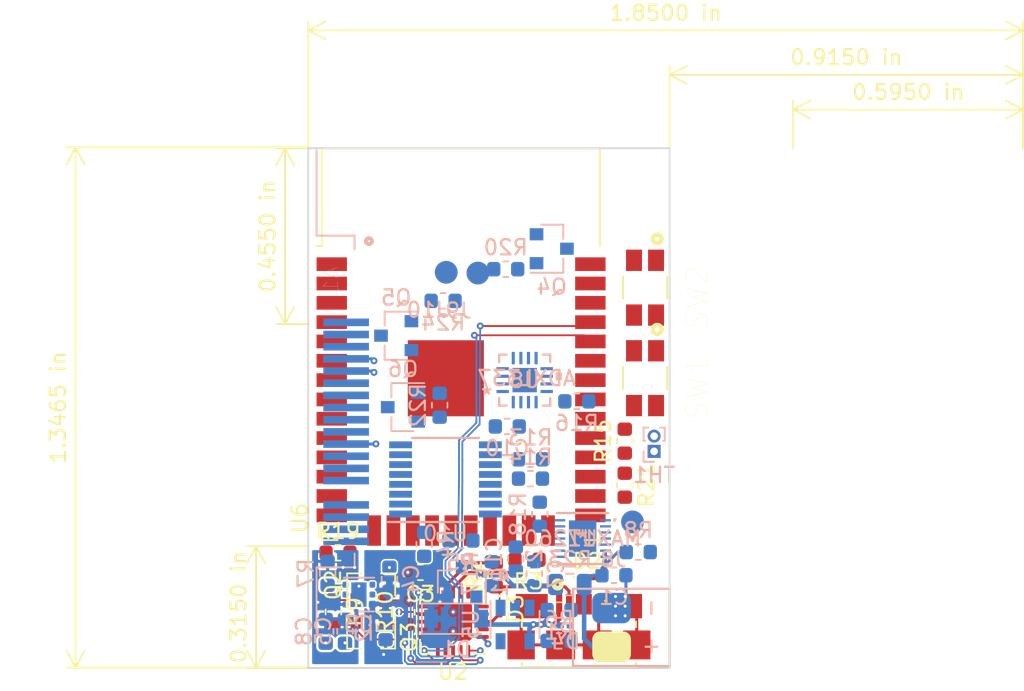
<source format=kicad_pcb>
(kicad_pcb (version 20171130) (host pcbnew "(5.1.5)-3")
  (layers (0 F.Cu signal) (1 In1.Cu signal hide) (2 In2.Cu signal hide) (31 B.Cu signal) (34 B.Paste user hide) (35 F.Paste user hide) (36 B.SilkS user) (37 F.SilkS user) (38 B.Mask user hide) (39 F.Mask user hide) (44 Edge.Cuts user))
  (net 0 "")
  (net 1 /X-)
  (net 2 /Y-)
  (net 3 /X+)
  (net 4 /Y+)
  (net 5 /LCD_PWR)
  (net 6 /LCD_CATHODE)
  (net 7 +3V3)
  (net 8 /LCD_RST)
  (net 9 /LCD_A0)
  (net 10 /LCD_MOSI)
  (net 11 /LCD_SCK)
  (net 12 /LCD_CS)
  (net 13 GND)
  (net 14 /BAT+)
  (net 15 /PWR_IN)
  (net 16 "Net-(C3-Pad1)")
  (net 17 /BAT_SENSE)
  (net 18 "Net-(C10-Pad1)")
  (net 19 /MAX_REG)
  (net 20 /VBUS)
  (net 21 "Net-(D2-Pad1)")
  (net 22 "Net-(D3-Pad1)")
  (net 23 /IO0)
  (net 24 /DTR)
  (net 25 "Net-(Q2-Pad1)")
  (net 26 /EN)
  (net 27 /RTS)
  (net 28 "Net-(Q3-Pad1)")
  (net 29 /ACCEL_PWR)
  (net 30 /ACCEL_EN)
  (net 31 /LCD_EN)
  (net 32 /LCD_LED)
  (net 33 "Net-(R2-Pad2)")
  (net 34 "Net-(R3-Pad2)")
  (net 35 /LDO_EN)
  (net 36 /BAT_ALRT)
  (net 37 "Net-(R6-Pad2)")
  (net 38 /REG_PG)
  (net 39 "Net-(R8-Pad1)")
  (net 40 /RXD)
  (net 41 /RXD0)
  (net 42 /I2C_SCL)
  (net 43 /I2C_SDA)
  (net 44 /CHG_STAT)
  (net 45 /IO12)
  (net 46 /TOUCH_IRQ)
  (net 47 /Y_ACCEL)
  (net 48 /X_ACCEL)
  (net 49 /Z_ACCEL)
  (module CustomFootprints:ZJY117 (layer B.Cu) (at 83.693 82.303 270)
    (fp_text reference A1 (at -8.001 1.3208 90) (layer B.SilkS) (effects (font (size 1.002827 1.002827) (thickness 0.015)) (justify mirror)))
    (fp_text value ZJY117)
    (pad 18 smd rect (at 9.1948 0.3048 270) (size 0.5 3) (layers B.Cu B.Paste B.Mask) (net 1 /X-))
    (pad 17 smd rect (at 8.4 0.306 270) (size 0.5 3) (layers B.Cu B.Paste B.Mask) (net 2 /Y-))
    (pad 16 smd rect (at 7.6 0.306 270) (size 0.5 3) (layers B.Cu B.Paste B.Mask) (net 3 /X+))
    (pad 15 smd rect (at 6.8 0.306 270) (size 0.5 3) (layers B.Cu B.Paste B.Mask) (net 4 /Y+))
    (pad 1 smd rect (at 5.2 0.306 270) (size 0.5 3) (layers B.Cu B.Paste B.Mask))
    (pad 2 smd rect (at 4.4 0.306 270) (size 0.5 3) (layers B.Cu B.Paste B.Mask) (net 5 /LCD_PWR))
    (pad 3 smd rect (at 3.6 0.306 270) (size 0.5 3) (layers B.Cu B.Paste B.Mask) (net 6 /LCD_CATHODE))
    (pad 4 smd rect (at 2.8 0.306 270) (size 0.5 3) (layers B.Cu B.Paste B.Mask) (net 7 +3V3))
    (pad 5 smd rect (at 2 0.306 270) (size 0.5 3) (layers B.Cu B.Paste B.Mask) (net 5 /LCD_PWR))
    (pad 6 smd rect (at 1.2 0.306 270) (size 0.5 3) (layers B.Cu B.Paste B.Mask) (net 8 /LCD_RST))
    (pad 7 smd rect (at 0.4 0.306 270) (size 0.5 3) (layers B.Cu B.Paste B.Mask) (net 9 /LCD_A0))
    (pad 8 smd rect (at -0.4 0.306 270) (size 0.5 3) (layers B.Cu B.Paste B.Mask) (net 10 /LCD_MOSI))
    (pad 9 smd rect (at -1.2 0.306 270) (size 0.5 3) (layers B.Cu B.Paste B.Mask) (net 11 /LCD_SCK))
    (pad 10 smd rect (at -2 0.306 270) (size 0.5 3) (layers B.Cu B.Paste B.Mask) (net 7 +3V3))
    (pad 11 smd rect (at -2.8 0.306 270) (size 0.5 3) (layers B.Cu B.Paste B.Mask) (net 7 +3V3))
    (pad 12 smd rect (at -3.6 0.306 270) (size 0.5 3) (layers B.Cu B.Paste B.Mask) (net 12 /LCD_CS))
    (pad 13 smd rect (at -4.4 0.306 270) (size 0.5 3) (layers B.Cu B.Paste B.Mask) (net 5 /LCD_PWR))
    (pad 14 smd rect (at -5.2 0.306 270) (size 0.5 3) (layers B.Cu B.Paste B.Mask))
  )
  (module Package_SO:TSSOP-16_4.4x5mm_P0.65mm (layer B.Cu) (at 89.916 87.4268)
    (fp_text reference U10 (at 0 3.55 180) (layer B.SilkS) (effects (justify mirror)))
    (fp_text value TSC2003IPWR)
    (pad 16 smd rect (at 2.95 2.275) (size 1.5 0.45) (layers B.Cu B.Paste B.Mask))
    (pad 15 smd rect (at 2.95 1.625) (size 1.5 0.45) (layers B.Cu B.Paste B.Mask))
    (pad 14 smd rect (at 2.95 0.975) (size 1.5 0.45) (layers B.Cu B.Paste B.Mask) (net 13 GND))
    (pad 13 smd rect (at 2.95 0.325) (size 1.5 0.45) (layers B.Cu B.Paste B.Mask) (net 13 GND))
    (pad 12 smd rect (at 2.95 -0.325) (size 1.5 0.45) (layers B.Cu B.Paste B.Mask) (net 42 /I2C_SCL))
    (pad 11 smd rect (at 2.95 -0.975) (size 1.5 0.45) (layers B.Cu B.Paste B.Mask) (net 43 /I2C_SDA))
    (pad 10 smd rect (at 2.95 -1.625) (size 1.5 0.45) (layers B.Cu B.Paste B.Mask) (net 46 /TOUCH_IRQ))
    (pad 9 smd rect (at 2.95 -2.275) (size 1.5 0.45) (layers B.Cu B.Paste B.Mask) (net 18 "Net-(C10-Pad1)"))
    (pad 8 smd rect (at -2.95 -2.275) (size 1.5 0.45) (layers B.Cu B.Paste B.Mask))
    (pad 7 smd rect (at -2.95 -1.625) (size 1.5 0.45) (layers B.Cu B.Paste B.Mask))
    (pad 6 smd rect (at -2.95 -0.975) (size 1.5 0.45) (layers B.Cu B.Paste B.Mask) (net 13 GND))
    (pad 5 smd rect (at -2.95 -0.325) (size 1.5 0.45) (layers B.Cu B.Paste B.Mask) (net 2 /Y-))
    (pad 4 smd rect (at -2.95 0.325) (size 1.5 0.45) (layers B.Cu B.Paste B.Mask) (net 1 /X-))
    (pad 3 smd rect (at -2.95 0.975) (size 1.5 0.45) (layers B.Cu B.Paste B.Mask) (net 4 /Y+))
    (pad 2 smd rect (at -2.95 1.625) (size 1.5 0.45) (layers B.Cu B.Paste B.Mask) (net 3 /X+))
    (pad 1 smd rect (at -2.95 2.275) (size 1.5 0.45) (layers B.Cu B.Paste B.Mask) (net 7 +3V3))
  )
  (module CustomFootprints:ADXL337BCPZ-RL (layer B.Cu) (at 95.123 80.899)
    (fp_text reference U8 (at 0 0) (layer B.SilkS) (effects (justify mirror)))
    (fp_text value ADXL337 (at 0.127 -0.127) (layer B.SilkS) (effects (justify mirror)))
    (fp_text user * (at -2.4892 1) (layer B.SilkS) (effects (justify mirror)))
    (fp_text user * (at -2.4892 1) (layer B.SilkS) (effects (justify mirror)))
    (pad 17 smd rect (at 0 0) (size 1.6002 1.6002) (layers B.Cu B.Paste B.Mask) (net 29 /ACCEL_PWR))
    (pad 16 smd rect (at -0.750001 1.4478) (size 0.2032 0.8128) (layers B.Cu B.Paste B.Mask) (net 49 /Z_ACCEL))
    (pad 15 smd rect (at -0.25 1.4478) (size 0.2032 0.8128) (layers B.Cu B.Paste B.Mask) (net 7 +3V3))
    (pad 14 smd rect (at 0.25 1.4478) (size 0.2032 0.8128) (layers B.Cu B.Paste B.Mask) (net 7 +3V3))
    (pad 13 smd rect (at 0.750001 1.4478) (size 0.2032 0.8128) (layers B.Cu B.Paste B.Mask))
    (pad 12 smd rect (at 1.4478 0.750001 270) (size 0.2032 0.8128) (layers B.Cu B.Paste B.Mask))
    (pad 11 smd rect (at 1.4478 0.25 270) (size 0.2032 0.8128) (layers B.Cu B.Paste B.Mask))
    (pad 10 smd rect (at 1.4478 -0.25 270) (size 0.2032 0.8128) (layers B.Cu B.Paste B.Mask))
    (pad 9 smd rect (at 1.4478 -0.750001 270) (size 0.2032 0.8128) (layers B.Cu B.Paste B.Mask))
    (pad 8 smd rect (at 0.750001 -1.4478) (size 0.2032 0.8128) (layers B.Cu B.Paste B.Mask))
    (pad 7 smd rect (at 0.25 -1.4478) (size 0.2032 0.8128) (layers B.Cu B.Paste B.Mask) (net 29 /ACCEL_PWR))
    (pad 6 smd rect (at -0.25 -1.4478) (size 0.2032 0.8128) (layers B.Cu B.Paste B.Mask) (net 29 /ACCEL_PWR))
    (pad 5 smd rect (at -0.750001 -1.4478) (size 0.2032 0.8128) (layers B.Cu B.Paste B.Mask) (net 48 /X_ACCEL))
    (pad 4 smd rect (at -1.4478 -0.750001 270) (size 0.2032 0.8128) (layers B.Cu B.Paste B.Mask) (net 47 /Y_ACCEL))
    (pad 3 smd rect (at -1.4478 -0.25 270) (size 0.2032 0.8128) (layers B.Cu B.Paste B.Mask) (net 29 /ACCEL_PWR))
    (pad 2 smd rect (at -1.4478 0.25 270) (size 0.2032 0.8128) (layers B.Cu B.Paste B.Mask))
    (pad 1 smd rect (at -1.4478 0.750001 270) (size 0.2032 0.8128) (layers B.Cu B.Paste B.Mask) (net 29 /ACCEL_PWR))
  )
  (module RF_Module:ESP32-WROOM-32 (layer F.Cu) (at 90.941 81.534)
    (fp_text reference U6 (at -10.61 8.43 90) (layer F.SilkS))
    (fp_text value ESP32-WROOM-32)
    (pad 38 smd rect (at 8.5 -8.255) (size 2 0.9) (layers F.Cu F.Paste F.Mask) (net 13 GND))
    (pad 37 smd rect (at 8.5 -6.985) (size 2 0.9) (layers F.Cu F.Paste F.Mask) (net 10 /LCD_MOSI))
    (pad 36 smd rect (at 8.5 -5.715) (size 2 0.9) (layers F.Cu F.Paste F.Mask) (net 8 /LCD_RST))
    (pad 35 smd rect (at 8.5 -4.445) (size 2 0.9) (layers F.Cu F.Paste F.Mask) (net 40 /RXD))
    (pad 34 smd rect (at 8.5 -3.175) (size 2 0.9) (layers F.Cu F.Paste F.Mask) (net 41 /RXD0))
    (pad 33 smd rect (at 8.5 -1.905) (size 2 0.9) (layers F.Cu F.Paste F.Mask) (net 9 /LCD_A0))
    (pad 32 smd rect (at 8.5 -0.635) (size 2 0.9) (layers F.Cu F.Paste F.Mask))
    (pad 31 smd rect (at 8.5 0.635) (size 2 0.9) (layers F.Cu F.Paste F.Mask))
    (pad 30 smd rect (at 8.5 1.905) (size 2 0.9) (layers F.Cu F.Paste F.Mask) (net 11 /LCD_SCK))
    (pad 29 smd rect (at 8.5 3.175) (size 2 0.9) (layers F.Cu F.Paste F.Mask))
    (pad 28 smd rect (at 8.5 4.445) (size 2 0.9) (layers F.Cu F.Paste F.Mask) (net 30 /ACCEL_EN))
    (pad 27 smd rect (at 8.5 5.715) (size 2 0.9) (layers F.Cu F.Paste F.Mask) (net 12 /LCD_CS))
    (pad 26 smd rect (at 8.5 6.985) (size 2 0.9) (layers F.Cu F.Paste F.Mask) (net 46 /TOUCH_IRQ))
    (pad 25 smd rect (at 8.5 8.255) (size 2 0.9) (layers F.Cu F.Paste F.Mask) (net 23 /IO0))
    (pad 24 smd rect (at 5.715 9.255 90) (size 2 0.9) (layers F.Cu F.Paste F.Mask))
    (pad 23 smd rect (at 4.445 9.255 90) (size 2 0.9) (layers F.Cu F.Paste F.Mask))
    (pad 22 smd rect (at 3.175 9.255 90) (size 2 0.9) (layers F.Cu F.Paste F.Mask))
    (pad 21 smd rect (at 1.905 9.255 90) (size 2 0.9) (layers F.Cu F.Paste F.Mask))
    (pad 20 smd rect (at 0.635 9.255 90) (size 2 0.9) (layers F.Cu F.Paste F.Mask))
    (pad 19 smd rect (at -0.635 9.255 90) (size 2 0.9) (layers F.Cu F.Paste F.Mask))
    (pad 18 smd rect (at -1.905 9.255 90) (size 2 0.9) (layers F.Cu F.Paste F.Mask))
    (pad 17 smd rect (at -3.175 9.255 90) (size 2 0.9) (layers F.Cu F.Paste F.Mask))
    (pad 16 smd rect (at -4.445 9.255 90) (size 2 0.9) (layers F.Cu F.Paste F.Mask) (net 31 /LCD_EN))
    (pad 15 smd rect (at -5.715 9.255 90) (size 2 0.9) (layers F.Cu F.Paste F.Mask) (net 13 GND))
    (pad 14 smd rect (at -8.5 8.255) (size 2 0.9) (layers F.Cu F.Paste F.Mask) (net 45 /IO12))
    (pad 13 smd rect (at -8.5 6.985) (size 2 0.9) (layers F.Cu F.Paste F.Mask) (net 32 /LCD_LED))
    (pad 12 smd rect (at -8.5 5.715) (size 2 0.9) (layers F.Cu F.Paste F.Mask) (net 47 /Y_ACCEL))
    (pad 11 smd rect (at -8.5 4.445) (size 2 0.9) (layers F.Cu F.Paste F.Mask) (net 48 /X_ACCEL))
    (pad 10 smd rect (at -8.5 3.175) (size 2 0.9) (layers F.Cu F.Paste F.Mask) (net 49 /Z_ACCEL))
    (pad 9 smd rect (at -8.5 1.905) (size 2 0.9) (layers F.Cu F.Paste F.Mask) (net 43 /I2C_SDA))
    (pad 8 smd rect (at -8.5 0.635) (size 2 0.9) (layers F.Cu F.Paste F.Mask) (net 42 /I2C_SCL))
    (pad 7 smd rect (at -8.5 -0.635) (size 2 0.9) (layers F.Cu F.Paste F.Mask) (net 44 /CHG_STAT))
    (pad 6 smd rect (at -8.5 -1.905) (size 2 0.9) (layers F.Cu F.Paste F.Mask) (net 36 /BAT_ALRT))
    (pad 5 smd rect (at -8.5 -3.175) (size 2 0.9) (layers F.Cu F.Paste F.Mask))
    (pad 4 smd rect (at -8.5 -4.445) (size 2 0.9) (layers F.Cu F.Paste F.Mask) (net 38 /REG_PG))
    (pad 3 smd rect (at -8.5 -5.715) (size 2 0.9) (layers F.Cu F.Paste F.Mask) (net 26 /EN))
    (pad 2 smd rect (at -8.5 -6.985) (size 2 0.9) (layers F.Cu F.Paste F.Mask) (net 7 +3V3))
    (pad 1 smd rect (at -8.5 -8.255) (size 2 0.9) (layers F.Cu F.Paste F.Mask) (net 13 GND))
    (pad 39 smd rect (at -1 -0.755) (size 5 5) (layers F.Cu F.Paste F.Mask) (net 13 GND))
  )
  (module Package_TO_SOT_SMD:SOT-23-5 (layer B.Cu) (at 94.488 96.9645 270)
    (fp_text reference U5 (at 0 2.9 270) (layer B.SilkS) (effects (justify mirror)))
    (fp_text value MCP73832-2-OT)
    (pad 5 smd rect (at 1.1 0.95 270) (size 1.06 0.65) (layers B.Cu B.Paste B.Mask) (net 37 "Net-(R6-Pad2)"))
    (pad 4 smd rect (at 1.1 -0.95 270) (size 1.06 0.65) (layers B.Cu B.Paste B.Mask) (net 20 /VBUS))
    (pad 3 smd rect (at -1.1 -0.95 270) (size 1.06 0.65) (layers B.Cu B.Paste B.Mask) (net 17 /BAT_SENSE))
    (pad 2 smd rect (at -1.1 0 270) (size 1.06 0.65) (layers B.Cu B.Paste B.Mask) (net 13 GND))
    (pad 1 smd rect (at -1.1 0.95 270) (size 1.06 0.65) (layers B.Cu B.Paste B.Mask) (net 44 /CHG_STAT))
  )
  (module Package_SON:WSON-6-1EP_2x2mm_P0.65mm_EP1x1.6mm_ThermalVias (layer B.Cu) (at 84.2264 94.996)
    (fp_text reference U3 (at 0 1.95) (layer B.SilkS) (effects (justify mirror)))
    (fp_text value LP5912-3.3DRVT)
    (pad 7 smd rect (at 0 0) (size 0.5 1.6) (layers F.Cu) (net 13 GND))
    (pad 7 thru_hole circle (at 0 -0.55) (size 0.5 0.5) (drill 0.2) (layers *.Cu) (net 13 GND))
    (pad 7 thru_hole circle (at 0 0.55) (size 0.5 0.5) (drill 0.2) (layers *.Cu) (net 13 GND))
    (pad 7 smd rect (at 0 0) (size 1 1.6) (layers B.Cu B.Mask) (net 13 GND))
    (pad 6 smd roundrect (at 0.8875 0.65) (size 0.375 0.4) (layers B.Cu B.Paste B.Mask) (net 15 /PWR_IN))
    (pad 5 smd roundrect (at 0.8875 0) (size 0.375 0.4) (layers B.Cu B.Paste B.Mask) (net 13 GND))
    (pad 4 smd roundrect (at 0.8875 -0.65) (size 0.375 0.4) (layers B.Cu B.Paste B.Mask) (net 35 /LDO_EN))
    (pad 3 smd roundrect (at -0.8875 -0.65) (size 0.375 0.4) (layers B.Cu B.Paste B.Mask) (net 38 /REG_PG))
    (pad 2 smd roundrect (at -0.8875 0) (size 0.375 0.4) (layers B.Cu B.Paste B.Mask))
    (pad 1 smd roundrect (at -0.8875 0.65) (size 0.375 0.4) (layers B.Cu B.Paste B.Mask) (net 7 +3V3))
  )
  (module Package_DFN_QFN:QFN-20-1EP_4x4mm_P0.5mm_EP2.5x2.5mm (layer F.Cu) (at 90.414 96.784 180)
    (fp_text reference U2 (at 0 -3.3) (layer F.SilkS))
    (fp_text value FT231XQ)
    (pad 20 smd roundrect (at -1 -1.9375 180) (size 0.25 0.825) (layers F.Cu F.Paste F.Mask) (net 16 "Net-(C3-Pad1)"))
    (pad 19 smd roundrect (at -0.5 -1.9375 180) (size 0.25 0.825) (layers F.Cu F.Paste F.Mask) (net 27 /RTS))
    (pad 18 smd roundrect (at 0 -1.9375 180) (size 0.25 0.825) (layers F.Cu F.Paste F.Mask) (net 24 /DTR))
    (pad 17 smd roundrect (at 0.5 -1.9375 180) (size 0.25 0.825) (layers F.Cu F.Paste F.Mask) (net 41 /RXD0))
    (pad 16 smd roundrect (at 1 -1.9375 180) (size 0.25 0.825) (layers F.Cu F.Paste F.Mask))
    (pad 15 smd roundrect (at 1.9375 -1 180) (size 0.825 0.25) (layers F.Cu F.Paste F.Mask))
    (pad 14 smd roundrect (at 1.9375 -0.5 180) (size 0.825 0.25) (layers F.Cu F.Paste F.Mask))
    (pad 13 smd roundrect (at 1.9375 0 180) (size 0.825 0.25) (layers F.Cu F.Paste F.Mask) (net 13 GND))
    (pad 12 smd roundrect (at 1.9375 0.5 180) (size 0.825 0.25) (layers F.Cu F.Paste F.Mask) (net 7 +3V3))
    (pad 11 smd roundrect (at 1.9375 1 180) (size 0.825 0.25) (layers F.Cu F.Paste F.Mask) (net 16 "Net-(C3-Pad1)"))
    (pad 10 smd roundrect (at 1 1.9375 180) (size 0.25 0.825) (layers F.Cu F.Paste F.Mask) (net 16 "Net-(C3-Pad1)"))
    (pad 9 smd roundrect (at 0.5 1.9375 180) (size 0.25 0.825) (layers F.Cu F.Paste F.Mask) (net 33 "Net-(R2-Pad2)"))
    (pad 8 smd roundrect (at 0 1.9375 180) (size 0.25 0.825) (layers F.Cu F.Paste F.Mask) (net 34 "Net-(R3-Pad2)"))
    (pad 7 smd roundrect (at -0.5 1.9375 180) (size 0.25 0.825) (layers F.Cu F.Paste F.Mask))
    (pad 6 smd roundrect (at -1 1.9375 180) (size 0.25 0.825) (layers F.Cu F.Paste F.Mask))
    (pad 5 smd roundrect (at -1.9375 1 180) (size 0.825 0.25) (layers F.Cu F.Paste F.Mask))
    (pad 4 smd roundrect (at -1.9375 0.5 180) (size 0.825 0.25) (layers F.Cu F.Paste F.Mask))
    (pad 3 smd roundrect (at -1.9375 0 180) (size 0.825 0.25) (layers F.Cu F.Paste F.Mask) (net 13 GND))
    (pad 2 smd roundrect (at -1.9375 -0.5 180) (size 0.825 0.25) (layers F.Cu F.Paste F.Mask))
    (pad 1 smd roundrect (at -1.9375 -1 180) (size 0.825 0.25) (layers F.Cu F.Paste F.Mask) (net 40 /RXD))
    (pad 21 smd roundrect (at 0 0 180) (size 2.5 2.5) (layers F.Cu F.Mask) (roundrect_rratio 0.1) (net 13 GND))
  )
  (module CustomFootprints:TDFN16-EP (layer B.Cu) (at 98.933 91.313 180)
    (fp_text reference U1 (at 0 0 180) (layer B.SilkS) (effects (justify mirror)))
    (fp_text value MAX17260 (at 0 0 180) (layer B.SilkS) (effects (justify mirror)))
    (fp_text user * (at 0 0 180) (layer B.SilkS) (effects (justify mirror)))
    (pad 15 smd rect (at 0 0 180) (size 1.8034 2.3876) (layers B.Cu B.Paste B.Mask) (net 13 GND))
    (pad 14 smd rect (at 1.4986 1.2 180) (size 0.7112 0.1524) (layers B.Cu B.Paste B.Mask) (net 42 /I2C_SCL))
    (pad 13 smd rect (at 1.4986 0.800001 180) (size 0.7112 0.1524) (layers B.Cu B.Paste B.Mask) (net 43 /I2C_SDA))
    (pad 12 smd rect (at 1.4986 0.399999 180) (size 0.7112 0.1524) (layers B.Cu B.Paste B.Mask) (net 36 /BAT_ALRT))
    (pad 11 smd rect (at 1.4986 0 180) (size 0.7112 0.1524) (layers B.Cu B.Paste B.Mask) (net 19 /MAX_REG))
    (pad 10 smd rect (at 1.4986 -0.399999 180) (size 0.7112 0.1524) (layers B.Cu B.Paste B.Mask) (net 17 /BAT_SENSE))
    (pad 9 smd rect (at 1.4986 -0.800001 180) (size 0.7112 0.1524) (layers B.Cu B.Paste B.Mask) (net 13 GND))
    (pad 8 smd rect (at 1.4986 -1.2 180) (size 0.7112 0.1524) (layers B.Cu B.Paste B.Mask) (net 13 GND))
    (pad 7 smd rect (at -1.4986 -1.2 180) (size 0.7112 0.1524) (layers B.Cu B.Paste B.Mask) (net 14 /BAT+))
    (pad 6 smd rect (at -1.4986 -0.800001 180) (size 0.7112 0.1524) (layers B.Cu B.Paste B.Mask) (net 14 /BAT+))
    (pad 5 smd rect (at -1.4986 -0.399999 180) (size 0.7112 0.1524) (layers B.Cu B.Paste B.Mask))
    (pad 4 smd rect (at -1.4986 0 180) (size 0.7112 0.1524) (layers B.Cu B.Paste B.Mask))
    (pad 3 smd rect (at -1.4986 0.399999 180) (size 0.7112 0.1524) (layers B.Cu B.Paste B.Mask))
    (pad 2 smd rect (at -1.4986 0.800001 180) (size 0.7112 0.1524) (layers B.Cu B.Paste B.Mask))
    (pad 1 smd rect (at -1.4986 1.2 180) (size 0.7112 0.1524) (layers B.Cu B.Paste B.Mask) (net 39 "Net-(R8-Pad1)"))
  )
  (module Connector_PinHeader_1.00mm:PinHeader_1x02_P1.00mm_Vertical (layer B.Cu) (at 103.632 85.582)
    (fp_text reference TH1 (at 0 1.56) (layer B.SilkS) (effects (justify mirror)))
    (fp_text value NXFT15XH103FA2B100)
    (pad 2 thru_hole oval (at 0 -1) (size 0.85 0.85) (drill 0.5) (layers *.Cu *.Mask) (net 13 GND))
    (pad 1 thru_hole rect (at 0 0) (size 0.85 0.85) (drill 0.5) (layers *.Cu *.Mask) (net 39 "Net-(R8-Pad1)"))
  )
  (module CustomFootprints:SW_EVQ-P7J01P (layer F.Cu) (at 103.034 74.825 270)
    (fp_text reference SW2 (at 0.635745 -3.432945 270) (layer F.SilkS) (effects (font (size 1.401614 1.401614) (thickness 0.015))))
    (fp_text value EVQ-P7J01P)
    (pad 1_1 smd rect (at -1.8 -0.725 270) (size 1.4 1.05) (layers F.Cu F.Paste F.Mask) (net 13 GND))
    (pad 1_2 smd rect (at 1.8 -0.725 270) (size 1.4 1.05) (layers F.Cu F.Paste F.Mask) (net 13 GND))
    (pad 2_1 smd rect (at -1.8 0.725 270) (size 1.4 1.05) (layers F.Cu F.Paste F.Mask) (net 26 /EN))
    (pad 2_2 smd rect (at 1.8 0.725 270) (size 1.4 1.05) (layers F.Cu F.Paste F.Mask) (net 26 /EN))
  )
  (module CustomFootprints:SW_EVQ-P7J01P (layer F.Cu) (at 103.034 80.772 270)
    (fp_text reference SW1 (at 0.635745 -3.432945 90) (layer F.SilkS) (effects (font (size 1.401614 1.401614) (thickness 0.015))))
    (fp_text value EVQ-P7J01P)
    (pad 1_1 smd rect (at -1.8 -0.725 270) (size 1.4 1.05) (layers F.Cu F.Paste F.Mask) (net 13 GND))
    (pad 1_2 smd rect (at 1.8 -0.725 270) (size 1.4 1.05) (layers F.Cu F.Paste F.Mask) (net 13 GND))
    (pad 2_1 smd rect (at -1.8 0.725 270) (size 1.4 1.05) (layers F.Cu F.Paste F.Mask) (net 23 /IO0))
    (pad 2_2 smd rect (at 1.8 0.725 270) (size 1.4 1.05) (layers F.Cu F.Paste F.Mask) (net 23 /IO0))
  )
  (module Resistor_SMD:R_0603_1608Metric (layer B.Cu) (at 89.7636 75.692)
    (fp_text reference R24 (at 0 1.43) (layer B.SilkS) (effects (justify mirror)))
    (fp_text value 10k)
    (pad 2 smd roundrect (at 0.7875 0) (size 0.875 0.95) (layers B.Cu B.Paste B.Mask) (net 13 GND))
    (pad 1 smd roundrect (at -0.7875 0) (size 0.875 0.95) (layers B.Cu B.Paste B.Mask) (net 31 /LCD_EN))
  )
  (module Resistor_SMD:R_0805_2012Metric (layer B.Cu) (at 98.0948 94.3356 180)
    (fp_text reference R23 (at 0 1.65 180) (layer B.SilkS) (effects (justify mirror)))
    (fp_text value 10m)
    (pad 2 smd roundrect (at 0.9375 0 180) (size 0.975 1.4) (layers B.Cu B.Paste B.Mask) (net 17 /BAT_SENSE))
    (pad 1 smd roundrect (at -0.9375 0 180) (size 0.975 1.4) (layers B.Cu B.Paste B.Mask) (net 14 /BAT+))
  )
  (module Resistor_SMD:R_0603_1608Metric (layer B.Cu) (at 89.535 82.55 270)
    (fp_text reference R22 (at 0 1.43 90) (layer B.SilkS) (effects (justify mirror)))
    (fp_text value 10k)
    (pad 2 smd roundrect (at 0.7875 0 270) (size 0.875 0.95) (layers B.Cu B.Paste B.Mask) (net 13 GND))
    (pad 1 smd roundrect (at -0.7875 0 270) (size 0.875 0.95) (layers B.Cu B.Paste B.Mask) (net 32 /LCD_LED))
  )
  (module Resistor_SMD:R_0603_1608Metric (layer F.Cu) (at 101.7016 87.8079 270)
    (fp_text reference R21 (at 0 -1.43 90) (layer F.SilkS))
    (fp_text value 100k)
    (pad 2 smd roundrect (at 0.7875 0 270) (size 0.875 0.95) (layers F.Cu F.Paste F.Mask) (net 46 /TOUCH_IRQ))
    (pad 1 smd roundrect (at -0.7875 0 270) (size 0.875 0.95) (layers F.Cu F.Paste F.Mask) (net 7 +3V3))
  )
  (module Resistor_SMD:R_0603_1608Metric (layer B.Cu) (at 93.8784 73.6092 180)
    (fp_text reference R20 (at 0 1.43) (layer B.SilkS) (effects (justify mirror)))
    (fp_text value 10k)
    (pad 2 smd roundrect (at 0.7875 0 180) (size 0.875 0.95) (layers B.Cu B.Paste B.Mask) (net 13 GND))
    (pad 1 smd roundrect (at -0.7875 0 180) (size 0.875 0.95) (layers B.Cu B.Paste B.Mask) (net 30 /ACCEL_EN))
  )
  (module Resistor_SMD:R_0603_1608Metric (layer F.Cu) (at 82.8548 92.2528)
    (fp_text reference R19 (at 0 -1.43) (layer F.SilkS))
    (fp_text value 10k)
    (pad 2 smd roundrect (at 0.7875 0) (size 0.875 0.95) (layers F.Cu F.Paste F.Mask) (net 13 GND))
    (pad 1 smd roundrect (at -0.7875 0) (size 0.875 0.95) (layers F.Cu F.Paste F.Mask) (net 45 /IO12))
  )
  (module Resistor_SMD:R_0603_1608Metric (layer B.Cu) (at 96.1136 89.7128 270)
    (fp_text reference R18 (at 0 1.43 90) (layer B.SilkS) (effects (justify mirror)))
    (fp_text value 10k)
    (pad 2 smd roundrect (at 0.7875 0 270) (size 0.875 0.95) (layers B.Cu B.Paste B.Mask) (net 36 /BAT_ALRT))
    (pad 1 smd roundrect (at -0.7875 0 270) (size 0.875 0.95) (layers B.Cu B.Paste B.Mask) (net 7 +3V3))
  )
  (module Resistor_SMD:R_0603_1608Metric (layer B.Cu) (at 92.964 93.6245 270)
    (fp_text reference R17 (at 0 1.43 90) (layer B.SilkS) (effects (justify mirror)))
    (fp_text value 10k)
    (pad 2 smd roundrect (at 0.7875 0 270) (size 0.875 0.95) (layers B.Cu B.Paste B.Mask) (net 44 /CHG_STAT))
    (pad 1 smd roundrect (at -0.7875 0 270) (size 0.875 0.95) (layers B.Cu B.Paste B.Mask) (net 7 +3V3))
  )
  (module Resistor_SMD:R_0603_1608Metric (layer B.Cu) (at 98.552 82.296)
    (fp_text reference R16 (at 0 1.43) (layer B.SilkS) (effects (justify mirror)))
    (fp_text value 10k)
    (pad 2 smd roundrect (at 0.7875 0) (size 0.875 0.95) (layers B.Cu B.Paste B.Mask) (net 26 /EN))
    (pad 1 smd roundrect (at -0.7875 0) (size 0.875 0.95) (layers B.Cu B.Paste B.Mask) (net 7 +3V3))
  )
  (module Resistor_SMD:R_0603_1608Metric (layer F.Cu) (at 101.7016 84.9121 90)
    (fp_text reference R15 (at 0 -1.43 90) (layer F.SilkS))
    (fp_text value 10k)
    (pad 2 smd roundrect (at 0.7875 0 90) (size 0.875 0.95) (layers F.Cu F.Paste F.Mask) (net 23 /IO0))
    (pad 1 smd roundrect (at -0.7875 0 90) (size 0.875 0.95) (layers F.Cu F.Paste F.Mask) (net 7 +3V3))
  )
  (module Resistor_SMD:R_0603_1608Metric (layer B.Cu) (at 95.504 87.376 180)
    (fp_text reference R14 (at 0 1.43 180) (layer B.SilkS) (effects (justify mirror)))
    (fp_text value 10k)
    (pad 2 smd roundrect (at 0.7875 0 180) (size 0.875 0.95) (layers B.Cu B.Paste B.Mask) (net 43 /I2C_SDA))
    (pad 1 smd roundrect (at -0.7875 0 180) (size 0.875 0.95) (layers B.Cu B.Paste B.Mask) (net 7 +3V3))
  )
  (module Resistor_SMD:R_0603_1608Metric (layer B.Cu) (at 95.504 86.106 180)
    (fp_text reference R13 (at 0 1.43) (layer B.SilkS) (effects (justify mirror)))
    (fp_text value 10k)
    (pad 2 smd roundrect (at 0.7875 0 180) (size 0.875 0.95) (layers B.Cu B.Paste B.Mask) (net 42 /I2C_SCL))
    (pad 1 smd roundrect (at -0.7875 0 180) (size 0.875 0.95) (layers B.Cu B.Paste B.Mask) (net 7 +3V3))
  )
  (module Resistor_SMD:R_0603_1608Metric (layer F.Cu) (at 87.376 96.1645 90)
    (fp_text reference R10 (at 0 -1.43 90) (layer F.SilkS))
    (fp_text value 10k)
    (pad 2 smd roundrect (at 0.7875 0 90) (size 0.875 0.95) (layers F.Cu F.Paste F.Mask) (net 24 /DTR))
    (pad 1 smd roundrect (at -0.7875 0 90) (size 0.875 0.95) (layers F.Cu F.Paste F.Mask) (net 28 "Net-(Q3-Pad1)"))
  )
  (module Resistor_SMD:R_0603_1608Metric (layer F.Cu) (at 82.55 96.139 270)
    (fp_text reference R9 (at 0 -1.43 90) (layer F.SilkS))
    (fp_text value 10k)
    (pad 2 smd roundrect (at 0.7875 0 270) (size 0.875 0.95) (layers F.Cu F.Paste F.Mask) (net 27 /RTS))
    (pad 1 smd roundrect (at -0.7875 0 270) (size 0.875 0.95) (layers F.Cu F.Paste F.Mask) (net 25 "Net-(Q2-Pad1)"))
  )
  (module Resistor_SMD:R_0603_1608Metric (layer B.Cu) (at 102.5905 92.202 180)
    (fp_text reference R8 (at 0 1.43) (layer B.SilkS) (effects (justify mirror)))
    (fp_text value "0 (NC)")
    (pad 2 smd roundrect (at 0.7875 0 180) (size 0.875 0.95) (layers B.Cu B.Paste B.Mask) (net 14 /BAT+))
    (pad 1 smd roundrect (at -0.7875 0 180) (size 0.875 0.95) (layers B.Cu B.Paste B.Mask) (net 39 "Net-(R8-Pad1)"))
  )
  (module Resistor_SMD:R_0603_1608Metric (layer B.Cu) (at 82.169 93.599 270)
    (fp_text reference R7 (at 0 1.43 90) (layer B.SilkS) (effects (justify mirror)))
    (fp_text value 100k)
    (pad 2 smd roundrect (at 0.7875 0 270) (size 0.875 0.95) (layers B.Cu B.Paste B.Mask) (net 38 /REG_PG))
    (pad 1 smd roundrect (at -0.7875 0 270) (size 0.875 0.95) (layers B.Cu B.Paste B.Mask) (net 7 +3V3))
  )
  (module Resistor_SMD:R_0603_1608Metric (layer B.Cu) (at 97.3835 98.044 180)
    (fp_text reference R6 (at 0 1.43) (layer B.SilkS) (effects (justify mirror)))
    (fp_text value 10k)
    (pad 2 smd roundrect (at 0.7875 0 180) (size 0.875 0.95) (layers B.Cu B.Paste B.Mask) (net 37 "Net-(R6-Pad2)"))
    (pad 1 smd roundrect (at -0.7875 0 180) (size 0.875 0.95) (layers B.Cu B.Paste B.Mask) (net 13 GND))
  )
  (module Resistor_SMD:R_0603_1608Metric (layer B.Cu) (at 90.932 91.44)
    (fp_text reference R5 (at 0 1.43) (layer B.SilkS) (effects (justify mirror)))
    (fp_text value 0)
    (pad 2 smd roundrect (at 0.7875 0) (size 0.875 0.95) (layers B.Cu B.Paste B.Mask) (net 36 /BAT_ALRT))
    (pad 1 smd roundrect (at -0.7875 0) (size 0.875 0.95) (layers B.Cu B.Paste B.Mask) (net 35 /LDO_EN))
  )
  (module Resistor_SMD:R_0603_1608Metric (layer B.Cu) (at 88.519 91.694 90)
    (fp_text reference R4 (at 0 1.43 90) (layer B.SilkS) (effects (justify mirror)))
    (fp_text value "0 (NC)")
    (pad 2 smd roundrect (at 0.7875 0 90) (size 0.875 0.95) (layers B.Cu B.Paste B.Mask) (net 14 /BAT+))
    (pad 1 smd roundrect (at -0.7875 0 90) (size 0.875 0.95) (layers B.Cu B.Paste B.Mask) (net 35 /LDO_EN))
  )
  (module Resistor_SMD:R_0603_1608Metric (layer F.Cu) (at 95.2755 92.71 180)
    (fp_text reference R3 (at -0.1015 -1.43) (layer F.SilkS))
    (fp_text value 27)
    (pad 2 smd roundrect (at 0.7875 0 180) (size 0.875 0.95) (layers F.Cu F.Paste F.Mask) (net 34 "Net-(R3-Pad2)"))
    (pad 1 smd roundrect (at -0.7875 0 180) (size 0.875 0.95) (layers F.Cu F.Paste F.Mask) (net 21 "Net-(D2-Pad1)"))
  )
  (module Resistor_SMD:R_0603_1608Metric (layer F.Cu) (at 93.218 93.7005 90)
    (fp_text reference R2 (at 0 -1.43 90) (layer F.SilkS))
    (fp_text value 27)
    (pad 2 smd roundrect (at 0.7875 0 90) (size 0.875 0.95) (layers F.Cu F.Paste F.Mask) (net 33 "Net-(R2-Pad2)"))
    (pad 1 smd roundrect (at -0.7875 0 90) (size 0.875 0.95) (layers F.Cu F.Paste F.Mask) (net 22 "Net-(D3-Pad1)"))
  )
  (module Resistor_SMD:R_0603_1608Metric (layer B.Cu) (at 97.3835 96.012)
    (fp_text reference R1 (at 0 1.43) (layer B.SilkS) (effects (justify mirror)))
    (fp_text value 100k)
    (pad 2 smd roundrect (at 0.7875 0) (size 0.875 0.95) (layers B.Cu B.Paste B.Mask) (net 13 GND))
    (pad 1 smd roundrect (at -0.7875 0) (size 0.875 0.95) (layers B.Cu B.Paste B.Mask) (net 20 /VBUS))
  )
  (module Package_TO_SOT_SMD:SOT-23 (layer B.Cu) (at 87.122 82.677 180)
    (fp_text reference Q6 (at 0 2.5) (layer B.SilkS) (effects (justify mirror)))
    (fp_text value FDN028N20)
    (pad 3 smd rect (at 1 0 180) (size 0.9 0.8) (layers B.Cu B.Paste B.Mask) (net 6 /LCD_CATHODE))
    (pad 2 smd rect (at -1 -0.95 180) (size 0.9 0.8) (layers B.Cu B.Paste B.Mask) (net 13 GND))
    (pad 1 smd rect (at -1 0.95 180) (size 0.9 0.8) (layers B.Cu B.Paste B.Mask) (net 32 /LCD_LED))
  )
  (module Package_TO_SOT_SMD:SOT-23 (layer B.Cu) (at 86.6775 77.978 180)
    (fp_text reference Q5 (at 0 2.5) (layer B.SilkS) (effects (justify mirror)))
    (fp_text value FDN028N20)
    (pad 3 smd rect (at 1 0 180) (size 0.9 0.8) (layers B.Cu B.Paste B.Mask) (net 5 /LCD_PWR))
    (pad 2 smd rect (at -1 -0.95 180) (size 0.9 0.8) (layers B.Cu B.Paste B.Mask) (net 13 GND))
    (pad 1 smd rect (at -1 0.95 180) (size 0.9 0.8) (layers B.Cu B.Paste B.Mask) (net 31 /LCD_EN))
  )
  (module Package_TO_SOT_SMD:SOT-23 (layer B.Cu) (at 96.901 72.263)
    (fp_text reference Q4 (at 0 2.5) (layer B.SilkS) (effects (justify mirror)))
    (fp_text value FDN028N20)
    (pad 3 smd rect (at 1 0) (size 0.9 0.8) (layers B.Cu B.Paste B.Mask) (net 29 /ACCEL_PWR))
    (pad 2 smd rect (at -1 -0.95) (size 0.9 0.8) (layers B.Cu B.Paste B.Mask) (net 13 GND))
    (pad 1 smd rect (at -1 0.95) (size 0.9 0.8) (layers B.Cu B.Paste B.Mask) (net 30 /ACCEL_EN))
  )
  (module Package_TO_SOT_SMD:SOT-23 (layer F.Cu) (at 85.029 97.79 270)
    (fp_text reference Q3 (at 0 -2.5 90) (layer F.SilkS))
    (fp_text value MMBT3904)
    (pad 3 smd rect (at 1 0 270) (size 0.9 0.8) (layers F.Cu F.Paste F.Mask) (net 26 /EN))
    (pad 2 smd rect (at -1 0.95 270) (size 0.9 0.8) (layers F.Cu F.Paste F.Mask) (net 27 /RTS))
    (pad 1 smd rect (at -1 -0.95 270) (size 0.9 0.8) (layers F.Cu F.Paste F.Mask) (net 28 "Net-(Q3-Pad1)"))
  )
  (module Package_TO_SOT_SMD:SOT-23 (layer F.Cu) (at 85.029 94.361 90)
    (fp_text reference Q2 (at 0 -2.5 90) (layer F.SilkS))
    (fp_text value MMBT3904)
    (pad 3 smd rect (at 1 0 90) (size 0.9 0.8) (layers F.Cu F.Paste F.Mask) (net 23 /IO0))
    (pad 2 smd rect (at -1 0.95 90) (size 0.9 0.8) (layers F.Cu F.Paste F.Mask) (net 24 /DTR))
    (pad 1 smd rect (at -1 -0.95 90) (size 0.9 0.8) (layers F.Cu F.Paste F.Mask) (net 25 "Net-(Q2-Pad1)"))
  )
  (module Package_TO_SOT_SMD:SOT-23 (layer B.Cu) (at 90.9955 94.1705 90)
    (fp_text reference Q1 (at 0 2.5 90) (layer B.SilkS) (effects (justify mirror)))
    (fp_text value FDN340P)
    (pad 3 smd rect (at 1 0 90) (size 0.9 0.8) (layers B.Cu B.Paste B.Mask) (net 17 /BAT_SENSE))
    (pad 2 smd rect (at -1 -0.95 90) (size 0.9 0.8) (layers B.Cu B.Paste B.Mask) (net 15 /PWR_IN))
    (pad 1 smd rect (at -1 0.95 90) (size 0.9 0.8) (layers B.Cu B.Paste B.Mask) (net 20 /VBUS))
  )
  (module CustomFootprints:TESTPAD (layer B.Cu) (at 89.9668 73.8124)
    (fp_text reference J10 (at -1.27 2.4718) (layer B.SilkS) (effects (justify mirror)))
    (fp_text value TestPad)
    (pad 1 smd circle (at 0 0) (size 1.5 1.5) (layers B.Cu B.Paste B.Mask) (net 13 GND))
  )
  (module CustomFootprints:TESTPAD (layer B.Cu) (at 92.0496 73.8632)
    (fp_text reference J9 (at -1.27 2.4718) (layer B.SilkS) (effects (justify mirror)))
    (fp_text value TestPad)
    (pad 1 smd circle (at 0 0) (size 1.5 1.5) (layers B.Cu B.Paste B.Mask) (net 7 +3V3))
  )
  (module CustomFootprints:TESTPAD (layer B.Cu) (at 102.2096 90.2208)
    (fp_text reference J8 (at -1.27 2.4718) (layer B.SilkS) (effects (justify mirror)))
    (fp_text value TestPad)
    (pad 1 smd circle (at 0 0) (size 1.5 1.5) (layers B.Cu B.Paste B.Mask) (net 14 /BAT+))
  )
  (module CustomFootprints:BATTERY (layer B.Cu) (at 100.838 97.155 270)
    (fp_text reference J2 (at -5.08 5.08 270) (layer B.SilkS) (effects (justify mirror)))
    (fp_text value " ")
    (fp_text user - (at -1.27 -2.54 270) (layer B.SilkS) (effects (justify mirror)))
    (fp_text user + (at 1.27 -2.54 270) (layer B.SilkS) (effects (justify mirror)))
    (pad 1 smd roundrect (at -1.27 0 270) (size 2 2.54) (layers B.Cu B.Paste B.Mask) (net 13 GND))
    (pad 2 smd roundrect (at 1.27 0 270) (size 2 2.54) (layers B.Cu B.Paste F.SilkS B.Mask) (net 14 /BAT+))
  )
  (module CustomFootprints:AMPHENOL_10118192-0001LF (layer F.Cu) (at 98.689 95.631)
    (fp_text reference J1 (at -2.45306 -2.27805) (layer F.SilkS) (effects (font (size 0.787417 0.787417) (thickness 0.015))))
    (fp_text value 10118192-0001LF)
    (pad 3 smd rect (at 0 0) (size 0.4 1.35) (layers F.Cu F.Paste F.Mask) (net 21 "Net-(D2-Pad1)"))
    (pad 2 smd rect (at -0.65 0) (size 0.4 1.35) (layers F.Cu F.Paste F.Mask) (net 22 "Net-(D3-Pad1)"))
    (pad 4 smd rect (at 0.65 0) (size 0.4 1.35) (layers F.Cu F.Paste F.Mask))
    (pad 1 smd rect (at -1.3 0) (size 0.4 1.35) (layers F.Cu F.Paste F.Mask) (net 20 /VBUS))
    (pad 5 smd rect (at 1.3 0) (size 0.4 1.35) (layers F.Cu F.Paste F.Mask) (net 13 GND))
    (pad SH1 smd rect (at -3.1 0.125) (size 2.1 1.6) (layers F.Cu F.Paste F.Mask) (net 13 GND))
    (pad SH2 smd rect (at 3.1 0.125) (size 2.1 1.6) (layers F.Cu F.Paste F.Mask) (net 13 GND))
    (pad SH3 smd rect (at -3.8 2.675) (size 1.8 1.9) (layers F.Cu F.Paste F.Mask) (net 13 GND))
    (pad SH6 smd rect (at 3.8 2.675) (size 1.8 1.9) (layers F.Cu F.Paste F.Mask) (net 13 GND))
    (pad SH4 smd rect (at -1.2 2.675) (size 1.9 1.9) (layers F.Cu F.Paste F.Mask) (net 13 GND))
    (pad SH5 smd rect (at 1.2 2.675) (size 1.9 1.9) (layers F.Cu F.Paste F.Mask) (net 13 GND))
  )
  (module Diode_SMD:D_0201_0603Metric (layer B.Cu) (at 97.79 97.028)
    (fp_text reference D4 (at 0 1.05) (layer B.SilkS) (effects (justify mirror)))
    (fp_text value ESDZV5-1BF4)
    (pad 2 smd roundrect (at 0.32 0) (size 0.46 0.4) (layers B.Cu B.Mask) (net 13 GND))
    (pad 1 smd roundrect (at -0.32 0) (size 0.46 0.4) (layers B.Cu B.Mask) (net 20 /VBUS))
  )
  (module Diode_SMD:D_0201_0603Metric (layer F.Cu) (at 93.472 95.951 270)
    (fp_text reference D3 (at 0 -1.05 90) (layer F.SilkS))
    (fp_text value ESDZV5-1BF4)
    (pad 2 smd roundrect (at 0.32 0 270) (size 0.46 0.4) (layers F.Cu F.Mask) (net 13 GND))
    (pad 1 smd roundrect (at -0.32 0 270) (size 0.46 0.4) (layers F.Cu F.Mask) (net 22 "Net-(D3-Pad1)"))
  )
  (module Diode_SMD:D_0201_0603Metric (layer F.Cu) (at 99.248 93.853)
    (fp_text reference D2 (at 0 -1.05) (layer F.SilkS))
    (fp_text value ESDZV5-1BF4)
    (pad 2 smd roundrect (at 0.32 0) (size 0.46 0.4) (layers F.Cu F.Mask) (net 13 GND))
    (pad 1 smd roundrect (at -0.32 0) (size 0.46 0.4) (layers F.Cu F.Mask) (net 21 "Net-(D2-Pad1)"))
  )
  (module Diode_SMD:D_SOD-123 (layer B.Cu) (at 90.6145 96.5835)
    (fp_text reference D1 (at 0 2) (layer B.SilkS) (effects (justify mirror)))
    (fp_text value FSV340FP)
    (pad 2 smd rect (at 1.65 0) (size 0.9 1.2) (layers B.Cu B.Paste B.Mask) (net 20 /VBUS))
    (pad 1 smd rect (at -1.65 0) (size 0.9 1.2) (layers B.Cu B.Paste B.Mask) (net 15 /PWR_IN))
  )
  (module Capacitor_SMD:C_0603_1608Metric (layer B.Cu) (at 94.5388 92.6592 270)
    (fp_text reference C11 (at 0 1.43 90) (layer B.SilkS) (effects (justify mirror)))
    (fp_text value 0.1uF)
    (pad 2 smd roundrect (at 0.7875 0 270) (size 0.875 0.95) (layers B.Cu B.Paste B.Mask) (net 13 GND))
    (pad 1 smd roundrect (at -0.7875 0 270) (size 0.875 0.95) (layers B.Cu B.Paste B.Mask) (net 19 /MAX_REG))
  )
  (module Capacitor_SMD:C_0603_1608Metric (layer B.Cu) (at 93.98 83.947)
    (fp_text reference C10 (at 0 1.43 180) (layer B.SilkS) (effects (justify mirror)))
    (fp_text value 10uF)
    (pad 2 smd roundrect (at 0.7875 0) (size 0.875 0.95) (layers B.Cu B.Paste B.Mask) (net 13 GND))
    (pad 1 smd roundrect (at -0.7875 0) (size 0.875 0.95) (layers B.Cu B.Paste B.Mask) (net 18 "Net-(C10-Pad1)"))
  )
  (module Capacitor_SMD:C_0603_1608Metric (layer B.Cu) (at 82.042 97.409 270)
    (fp_text reference C8 (at 0 1.43 90) (layer B.SilkS) (effects (justify mirror)))
    (fp_text value 0.1uF)
    (pad 2 smd roundrect (at 0.7875 0 270) (size 0.875 0.95) (layers B.Cu B.Paste B.Mask) (net 13 GND))
    (pad 1 smd roundrect (at -0.7875 0 270) (size 0.875 0.95) (layers B.Cu B.Paste B.Mask) (net 7 +3V3))
  )
  (module Capacitor_SMD:C_0603_1608Metric (layer B.Cu) (at 95.758 93.6244 90)
    (fp_text reference C7 (at 0 1.43 90) (layer B.SilkS) (effects (justify mirror)))
    (fp_text value 10uF)
    (pad 2 smd roundrect (at 0.7875 0 90) (size 0.875 0.95) (layers B.Cu B.Paste B.Mask) (net 13 GND))
    (pad 1 smd roundrect (at -0.7875 0 90) (size 0.875 0.95) (layers B.Cu B.Paste B.Mask) (net 17 /BAT_SENSE))
  )
  (module Capacitor_SMD:C_0603_1608Metric (layer B.Cu) (at 83.312 97.409 270)
    (fp_text reference C5 (at 0 1.43 270) (layer B.SilkS) (effects (justify mirror)))
    (fp_text value 10uF)
    (pad 2 smd roundrect (at 0.7875 0 270) (size 0.875 0.95) (layers B.Cu B.Paste B.Mask) (net 13 GND))
    (pad 1 smd roundrect (at -0.7875 0 270) (size 0.875 0.95) (layers B.Cu B.Paste B.Mask) (net 7 +3V3))
  )
  (module Capacitor_SMD:C_0603_1608Metric (layer B.Cu) (at 86.233 93.98 90)
    (fp_text reference C4 (at 0 1.43 90) (layer B.SilkS) (effects (justify mirror)))
    (fp_text value 10uF)
    (pad 2 smd roundrect (at 0.7875 0 90) (size 0.875 0.95) (layers B.Cu B.Paste B.Mask) (net 13 GND))
    (pad 1 smd roundrect (at -0.7875 0 90) (size 0.875 0.95) (layers B.Cu B.Paste B.Mask) (net 15 /PWR_IN))
  )
  (module Capacitor_SMD:C_0603_1608Metric (layer F.Cu) (at 88.265 93.5355 180)
    (fp_text reference C3 (at 0 -1.43) (layer F.SilkS))
    (fp_text value 0.1uF)
    (pad 2 smd roundrect (at 0.7875 0 180) (size 0.875 0.95) (layers F.Cu F.Paste F.Mask) (net 13 GND))
    (pad 1 smd roundrect (at -0.7875 0 180) (size 0.875 0.95) (layers F.Cu F.Paste F.Mask) (net 16 "Net-(C3-Pad1)"))
  )
  (module Capacitor_SMD:C_0603_1608Metric (layer B.Cu) (at 85.979 97.1804 270)
    (fp_text reference C2 (at 0 1.43 90) (layer B.SilkS) (effects (justify mirror)))
    (fp_text value 0.1uF)
    (pad 2 smd roundrect (at 0.7875 0 270) (size 0.875 0.95) (layers B.Cu B.Paste B.Mask) (net 13 GND))
    (pad 1 smd roundrect (at -0.7875 0 270) (size 0.875 0.95) (layers B.Cu B.Paste B.Mask) (net 15 /PWR_IN))
  )
  (module Capacitor_SMD:C_0603_1608Metric (layer B.Cu) (at 100.9905 93.726)
    (fp_text reference C1 (at 0 1.43) (layer B.SilkS) (effects (justify mirror)))
    (fp_text value 10uF)
    (pad 2 smd roundrect (at 0.7875 0) (size 0.875 0.95) (layers B.Cu B.Paste B.Mask) (net 13 GND))
    (pad 1 smd roundrect (at -0.7875 0) (size 0.875 0.95) (layers B.Cu B.Paste B.Mask) (net 14 /BAT+))
  )
  (dimension 11.557 (width 0.12) (layer F.SilkS) (gr_text "11.557 mm" (at 78.105001 71.4375 270) (layer F.SilkS) (effects (font (size 1 1) (thickness 0.15)))) (feature1 (pts (xy 80.899 77.216) (xy 78.78858 77.216))) (feature2 (pts (xy 80.899 65.659) (xy 78.78858 65.659))) (crossbar (pts (xy 79.375001 65.659) (xy 79.375001 77.216))) (arrow1a (pts (xy 79.375001 77.216) (xy 78.78858 76.089496))) (arrow1b (pts (xy 79.375001 77.216) (xy 79.961422 76.089496))) (arrow2a (pts (xy 79.375001 65.659) (xy 78.78858 66.785504))) (arrow2b (pts (xy 79.375001 65.659) (xy 79.961422 66.785504))))
  (dimension 8.001 (width 0.12) (layer F.SilkS) (gr_text "8.001 mm" (at 76.2 95.8215 90) (layer F.SilkS) (effects (font (size 1 1) (thickness 0.15)))) (feature1 (pts (xy 80.899 91.821) (xy 76.883579 91.821))) (feature2 (pts (xy 80.899 99.822) (xy 76.883579 99.822))) (crossbar (pts (xy 77.47 99.822) (xy 77.47 91.821))) (arrow1a (pts (xy 77.47 91.821) (xy 78.056421 92.947504))) (arrow1b (pts (xy 77.47 91.821) (xy 76.883579 92.947504))) (arrow2a (pts (xy 77.47 99.822) (xy 78.056421 98.695496))) (arrow2b (pts (xy 77.47 99.822) (xy 76.883579 98.695496))))
  (gr_line (start 80.899 99.822) (end 104.648 99.822) (layer Edge.Cuts) (width 0.12))
  (gr_line (start 104.648 99.695) (end 104.648 99.822) (layer Edge.Cuts) (width 0.12))
  (gr_line (start 104.648 65.659) (end 104.648 99.695) (layer Edge.Cuts) (width 0.12))
  (gr_line (start 80.899 65.659) (end 104.648 65.659) (layer Edge.Cuts) (width 0.12))
  (dimension 23.241 (width 0.12) (layer F.SilkS) (gr_text "23.241 mm" (at 116.2685 59.563001) (layer F.SilkS) (effects (font (size 1 1) (thickness 0.15)))) (feature1 (pts (xy 104.648 65.659) (xy 104.648 60.24658))) (feature2 (pts (xy 127.889 65.659) (xy 127.889 60.24658))) (crossbar (pts (xy 127.889 60.833001) (xy 104.648 60.833001))) (arrow1a (pts (xy 104.648 60.833001) (xy 105.774504 60.24658))) (arrow1b (pts (xy 104.648 60.833001) (xy 105.774504 61.419422))) (arrow2a (pts (xy 127.889 60.833001) (xy 126.762496 60.24658))) (arrow2b (pts (xy 127.889 60.833001) (xy 126.762496 61.419422))))
  (dimension 15.113 (width 0.12) (layer F.SilkS) (gr_text "15.113 mm" (at 120.3325 61.849001) (layer F.SilkS) (effects (font (size 1 1) (thickness 0.15)))) (feature1 (pts (xy 112.776 65.659) (xy 112.776 62.53258))) (feature2 (pts (xy 127.889 65.659) (xy 127.889 62.53258))) (crossbar (pts (xy 127.889 63.119001) (xy 112.776 63.119001))) (arrow1a (pts (xy 112.776 63.119001) (xy 113.902504 62.53258))) (arrow1b (pts (xy 112.776 63.119001) (xy 113.902504 63.705422))) (arrow2a (pts (xy 127.889 63.119001) (xy 126.762496 62.53258))) (arrow2b (pts (xy 127.889 63.119001) (xy 126.762496 63.705422))))
  (dimension 46.99 (width 0.12) (layer F.SilkS) (gr_text "46.990 mm" (at 104.394 56.642) (layer F.SilkS) (effects (font (size 1 1) (thickness 0.15)))) (feature1 (pts (xy 127.889 65.659) (xy 127.889 57.325579))) (feature2 (pts (xy 80.899 65.659) (xy 80.899 57.325579))) (crossbar (pts (xy 80.899 57.912) (xy 127.889 57.912))) (arrow1a (pts (xy 127.889 57.912) (xy 126.762496 58.498421))) (arrow1b (pts (xy 127.889 57.912) (xy 126.762496 57.325579))) (arrow2a (pts (xy 80.899 57.912) (xy 82.025504 58.498421))) (arrow2b (pts (xy 80.899 57.912) (xy 82.025504 57.325579))))
  (gr_line (start 80.899 65.659) (end 80.899 99.822) (layer Edge.Cuts) (width 0.12))
  (dimension 34.2 (width 0.12) (layer F.SilkS) (gr_text "34.200 mm" (at 64.330001 82.7 270) (layer F.SilkS) (effects (font (size 1 1) (thickness 0.15)))) (feature1 (pts (xy 80.8 99.8) (xy 65.01358 99.8))) (feature2 (pts (xy 80.8 65.6) (xy 65.01358 65.6))) (crossbar (pts (xy 65.600001 65.6) (xy 65.600001 99.8))) (arrow1a (pts (xy 65.600001 99.8) (xy 65.01358 98.673496))) (arrow1b (pts (xy 65.600001 99.8) (xy 66.186422 98.673496))) (arrow2a (pts (xy 65.600001 65.6) (xy 65.01358 66.726504))) (arrow2b (pts (xy 65.600001 65.6) (xy 66.186422 66.726504))))
  (via (at 86.233 93.218) (size 0.45) (drill 0.2) (layers F.Cu B.Cu) (net 13))
  (via (at 83.312 98.171) (size 0.45) (drill 0.2) (layers F.Cu B.Cu) (net 13))
  (via (at 82.042 98.171) (size 0.45) (drill 0.2) (layers F.Cu B.Cu) (net 13))
  (segment (start 86.966 87.7518) (end 87.561002 87.7518) (width 0.1) (layer B.Cu) (net 1))
  (via (at 87.4395 93.5355) (size 0.45) (drill 0.2) (layers F.Cu B.Cu) (net 13))
  (via (at 86.868 96.139) (size 0.45) (drill 0.2) (layers F.Cu B.Cu) (net 7))
  (segment (start 88.4765 96.284) (end 88.064 96.284) (width 0.12) (layer F.Cu) (net 7))
  (segment (start 87.919 96.139) (end 86.868 96.139) (width 0.12) (layer F.Cu) (net 7))
  (segment (start 88.064 96.284) (end 87.919 96.139) (width 0.12) (layer F.Cu) (net 7))
  (via (at 81.534 95.504) (size 0.45) (drill 0.2) (layers F.Cu B.Cu) (net 7))
  (via (at 83.185 93.218) (size 0.45) (drill 0.2) (layers F.Cu B.Cu) (net 7))
  (via (at 83.947 93.218) (size 0.45) (drill 0.2) (layers F.Cu B.Cu) (net 7))
  (via (at 85.344 85.09) (size 0.45) (drill 0.2) (layers F.Cu B.Cu) (net 7))
  (segment (start 83.387 85.103) (end 85.331 85.103) (width 0.2) (layer B.Cu) (net 7))
  (segment (start 85.331 85.103) (end 85.344 85.09) (width 0.2) (layer B.Cu) (net 7))
  (via (at 85.217 80.391) (size 0.45) (drill 0.2) (layers F.Cu B.Cu) (net 7))
  (segment (start 83.387 80.303) (end 85.129 80.303) (width 0.2) (layer B.Cu) (net 7))
  (segment (start 85.129 80.303) (end 85.217 80.391) (width 0.2) (layer B.Cu) (net 7))
  (via (at 85.217 79.629) (size 0.45) (drill 0.2) (layers F.Cu B.Cu) (net 7))
  (segment (start 83.387 79.503) (end 85.091 79.503) (width 0.2) (layer B.Cu) (net 7))
  (segment (start 85.091 79.503) (end 85.217 79.629) (width 0.2) (layer B.Cu) (net 7))
  (via (at 101.727 96.393) (size 0.45) (drill 0.2) (layers F.Cu B.Cu) (net 13))
  (via (at 101.092 96.393) (size 0.45) (drill 0.2) (layers F.Cu B.Cu) (net 13))
  (via (at 101.727 95.123) (size 0.45) (drill 0.2) (layers F.Cu B.Cu) (net 13))
  (via (at 101.092 95.123) (size 0.45) (drill 0.2) (layers F.Cu B.Cu) (net 13))
  (via (at 101.092 95.758) (size 0.45) (drill 0.2) (layers F.Cu B.Cu) (net 13))
  (via (at 101.727 95.758) (size 0.45) (drill 0.2) (layers F.Cu B.Cu) (net 13))
  (via (at 90.424 97.409) (size 0.45) (drill 0.2) (layers F.Cu B.Cu) (net 13))
  (via (at 90.424 96.139) (size 0.45) (drill 0.2) (layers F.Cu B.Cu) (net 13))
  (segment (start 92.3515 96.784) (end 90.414 96.784) (width 0.2) (layer F.Cu) (net 13))
  (segment (start 88.4765 96.784) (end 90.414 96.784) (width 0.2) (layer F.Cu) (net 13))
  (segment (start 92.959 96.784) (end 93.472 96.271) (width 0.2) (layer F.Cu) (net 13))
  (segment (start 92.3515 96.784) (end 92.959 96.784) (width 0.2) (layer F.Cu) (net 13))
  (segment (start 101.664 95.631) (end 101.789 95.756) (width 0.2) (layer F.Cu) (net 13))
  (segment (start 99.989 95.631) (end 101.664 95.631) (width 0.2) (layer F.Cu) (net 13))
  (segment (start 102.489 96.456) (end 101.789 95.756) (width 0.2) (layer F.Cu) (net 13))
  (segment (start 102.489 98.306) (end 102.489 96.456) (width 0.2) (layer F.Cu) (net 13))
  (segment (start 99.889 98.306) (end 102.489 98.306) (width 0.2) (layer F.Cu) (net 13))
  (segment (start 99.889 98.306) (end 97.489 98.306) (width 0.2) (layer F.Cu) (net 13))
  (segment (start 99.989 98.206) (end 99.889 98.306) (width 0.2) (layer F.Cu) (net 13))
  (segment (start 99.989 95.631) (end 99.989 98.206) (width 0.2) (layer F.Cu) (net 13))
  (segment (start 95.074 96.271) (end 95.589 95.756) (width 0.2) (layer F.Cu) (net 13))
  (segment (start 94.889 96.206) (end 94.889 98.306) (width 0.2) (layer F.Cu) (net 13))
  (segment (start 95.339 95.756) (end 94.889 96.206) (width 0.2) (layer F.Cu) (net 13))
  (segment (start 95.589 95.756) (end 95.339 95.756) (width 0.2) (layer F.Cu) (net 13))
  (segment (start 94.889 98.306) (end 97.489 98.306) (width 0.2) (layer F.Cu) (net 13))
  (segment (start 101.778 94.945) (end 100.838 95.885) (width 0.2) (layer B.Cu) (net 13))
  (segment (start 101.778 93.726) (end 101.778 94.945) (width 0.2) (layer B.Cu) (net 13))
  (via (at 85.852 98.933) (size 0.45) (drill 0.2) (layers F.Cu B.Cu) (net 13))
  (segment (start 85.979 97.9679) (end 85.979 98.806) (width 0.2) (layer B.Cu) (net 13))
  (segment (start 85.979 98.806) (end 85.852 98.933) (width 0.2) (layer B.Cu) (net 13))
  (segment (start 99.568 98.425) (end 100.838 98.425) (width 0.3) (layer B.Cu) (net 14))
  (segment (start 99.0323 97.8893) (end 99.568 98.425) (width 0.3) (layer B.Cu) (net 14))
  (segment (start 99.0323 94.3356) (end 99.0323 97.8893) (width 0.3) (layer B.Cu) (net 14))
  (segment (start 99.6419 93.726) (end 99.0323 94.3356) (width 0.2) (layer B.Cu) (net 14))
  (segment (start 100.203 93.726) (end 99.6419 93.726) (width 0.2) (layer B.Cu) (net 14))
  (segment (start 100.4316 93.4974) (end 100.203 93.726) (width 0.2) (layer B.Cu) (net 14))
  (segment (start 100.4316 92.113001) (end 100.4316 93.4974) (width 0.2) (layer B.Cu) (net 14))
  (segment (start 101.3655 92.202) (end 101.803 92.202) (width 0.2) (layer B.Cu) (net 14))
  (segment (start 100.203 93.251) (end 101.252 92.202) (width 0.2) (layer B.Cu) (net 14))
  (segment (start 101.252 92.202) (end 101.3655 92.202) (width 0.2) (layer B.Cu) (net 14))
  (segment (start 100.203 93.726) (end 100.203 93.251) (width 0.2) (layer B.Cu) (net 14))
  (segment (start 88.4765 95.784) (end 89.414 94.8465) (width 0.12) (layer F.Cu) (net 16))
  (via (at 92.202 98.679) (size 0.45) (drill 0.2) (layers F.Cu B.Cu) (net 16))
  (segment (start 88.133999 95.508001) (end 88.133999 98.863801) (width 0.12) (layer B.Cu) (net 16))
  (segment (start 91.816999 99.064001) (end 92.202 98.679) (width 0.12) (layer B.Cu) (net 16))
  (segment (start 88.334199 99.064001) (end 91.816999 99.064001) (width 0.12) (layer B.Cu) (net 16))
  (segment (start 88.133999 98.863801) (end 88.334199 99.064001) (width 0.12) (layer B.Cu) (net 16))
  (segment (start 91.4565 98.679) (end 91.414 98.7215) (width 0.12) (layer F.Cu) (net 16))
  (segment (start 92.202 98.679) (end 91.4565 98.679) (width 0.12) (layer F.Cu) (net 16))
  (segment (start 89.0525 93.5355) (end 89.0525 93.561) (width 0.12) (layer F.Cu) (net 16))
  (segment (start 89.414 93.9225) (end 89.414 94.8465) (width 0.12) (layer F.Cu) (net 16))
  (segment (start 89.0525 93.561) (end 89.414 93.9225) (width 0.12) (layer F.Cu) (net 16))
  (via (at 88.138 94.869) (size 0.45) (drill 0.2) (layers F.Cu B.Cu) (net 16))
  (segment (start 88.133999 95.508001) (end 88.133999 94.873001) (width 0.12) (layer B.Cu) (net 16))
  (segment (start 88.133999 94.873001) (end 88.138 94.869) (width 0.12) (layer B.Cu) (net 16))
  (segment (start 89.3915 94.869) (end 89.414 94.8465) (width 0.12) (layer F.Cu) (net 16))
  (segment (start 88.138 94.869) (end 89.3915 94.869) (width 0.12) (layer F.Cu) (net 16))
  (segment (start 94.366072 94.4119) (end 95.3846 94.4119) (width 0.3) (layer B.Cu) (net 17))
  (segment (start 93.678662 93.72449) (end 94.366072 94.4119) (width 0.3) (layer B.Cu) (net 17))
  (segment (start 92.24949 93.72449) (end 93.678662 93.72449) (width 0.3) (layer B.Cu) (net 17))
  (segment (start 95.3846 94.4119) (end 95.8596 94.4119) (width 0.3) (layer B.Cu) (net 17))
  (segment (start 91.6955 93.1705) (end 92.24949 93.72449) (width 0.3) (layer B.Cu) (net 17))
  (segment (start 90.9955 93.1705) (end 91.6955 93.1705) (width 0.3) (layer B.Cu) (net 17))
  (segment (start 97.081 94.4119) (end 97.1573 94.3356) (width 0.3) (layer B.Cu) (net 17))
  (segment (start 95.8596 94.4119) (end 97.081 94.4119) (width 0.3) (layer B.Cu) (net 17))
  (segment (start 97.389 96.606) (end 97.0305 96.9645) (width 0.3) (layer F.Cu) (net 20))
  (segment (start 97.389 95.631) (end 97.389 96.606) (width 0.3) (layer F.Cu) (net 20))
  (segment (start 97.0305 96.9645) (end 96.7105 96.9645) (width 0.3) (layer F.Cu) (net 20))
  (segment (start 95.6945 96.9645) (end 95.631 96.9645) (width 0.3) (layer F.Cu) (net 20))
  (via (at 95.6945 96.9645) (size 0.45) (drill 0.2) (layers F.Cu B.Cu) (net 20))
  (segment (start 96.2025 96.9645) (end 95.6945 96.9645) (width 0.3) (layer F.Cu) (net 20))
  (via (at 96.2025 96.9645) (size 0.45) (drill 0.2) (layers F.Cu B.Cu) (net 20))
  (segment (start 96.7105 96.9645) (end 96.2025 96.9645) (width 0.3) (layer F.Cu) (net 20))
  (via (at 96.7105 96.9645) (size 0.45) (drill 0.2) (layers F.Cu B.Cu) (net 20))
  (segment (start 96.7105 96.9645) (end 92.6455 96.9645) (width 0.3) (layer B.Cu) (net 20))
  (segment (start 92.6455 96.9645) (end 92.2645 96.5835) (width 0.3) (layer B.Cu) (net 20))
  (segment (start 91.9455 96.2645) (end 92.2645 96.5835) (width 0.3) (layer B.Cu) (net 20))
  (segment (start 91.9455 95.1705) (end 91.9455 96.2645) (width 0.3) (layer B.Cu) (net 20))
  (segment (start 95.438 97.221) (end 95.6945 96.9645) (width 0.3) (layer B.Cu) (net 20))
  (segment (start 95.438 98.0645) (end 95.438 97.221) (width 0.3) (layer B.Cu) (net 20))
  (segment (start 97.4065 96.9645) (end 97.47 97.028) (width 0.3) (layer B.Cu) (net 20))
  (segment (start 96.7105 96.9645) (end 97.4065 96.9645) (width 0.3) (layer B.Cu) (net 20))
  (segment (start 96.596 96.571) (end 96.2025 96.9645) (width 0.2) (layer B.Cu) (net 20))
  (segment (start 96.596 96.012) (end 96.596 96.571) (width 0.2) (layer B.Cu) (net 20))
  (segment (start 93.218 94.488) (end 97.771 94.488) (width 0.2) (layer F.Cu) (net 22))
  (segment (start 93.472 94.742) (end 93.218 94.488) (width 0.1) (layer F.Cu) (net 22))
  (segment (start 93.472 95.631) (end 93.472 94.742) (width 0.1) (layer F.Cu) (net 22))
  (segment (start 98.039 94.756) (end 98.039 95.631) (width 0.2) (layer F.Cu) (net 22))
  (segment (start 97.771 94.488) (end 98.039 94.756) (width 0.2) (layer F.Cu) (net 22))
  (via (at 87.63 99.187) (size 0.45) (drill 0.2) (layers F.Cu B.Cu) (net 24))
  (segment (start 87.95702 99.51402) (end 87.63 99.187) (width 0.12) (layer F.Cu) (net 24))
  (segment (start 90.03398 99.51402) (end 87.95702 99.51402) (width 0.12) (layer F.Cu) (net 24))
  (segment (start 90.414 98.7215) (end 90.414 99.134) (width 0.12) (layer F.Cu) (net 24))
  (segment (start 90.414 99.134) (end 90.03398 99.51402) (width 0.12) (layer F.Cu) (net 24))
  (via (at 87.503 95.377) (size 0.45) (drill 0.2) (layers F.Cu B.Cu) (net 24))
  (segment (start 87.63 99.187) (end 87.63 95.504) (width 0.12) (layer B.Cu) (net 24))
  (segment (start 87.63 95.504) (end 87.503 95.377) (width 0.12) (layer B.Cu) (net 24))
  (segment (start 85.995 95.377) (end 85.979 95.361) (width 0.12) (layer F.Cu) (net 24))
  (segment (start 87.503 95.377) (end 85.995 95.377) (width 0.12) (layer F.Cu) (net 24))
  (segment (start 82.5595 95.361) (end 82.55 95.3515) (width 0.12) (layer F.Cu) (net 25))
  (segment (start 84.079 95.361) (end 82.5595 95.361) (width 0.12) (layer F.Cu) (net 25))
  (segment (start 91.094 99.314) (end 92.202 99.314) (width 0.12) (layer F.Cu) (net 27))
  (segment (start 90.914 98.7215) (end 90.914 99.134) (width 0.12) (layer F.Cu) (net 27))
  (via (at 92.202 99.314) (size 0.45) (drill 0.2) (layers F.Cu B.Cu) (net 27))
  (segment (start 90.914 99.134) (end 91.094 99.314) (width 0.12) (layer F.Cu) (net 27))
  (segment (start 87.245 99.371802) (end 87.245 98.171) (width 0.12) (layer B.Cu) (net 27))
  (segment (start 87.445199 99.572001) (end 87.245 99.371802) (width 0.12) (layer B.Cu) (net 27))
  (segment (start 92.202 99.314) (end 91.943999 99.572001) (width 0.12) (layer B.Cu) (net 27))
  (via (at 87.245 98.171) (size 0.45) (drill 0.2) (layers F.Cu B.Cu) (net 27))
  (segment (start 91.943999 99.572001) (end 87.445199 99.572001) (width 0.12) (layer B.Cu) (net 27))
  (segment (start 84.079 97.36) (end 84.079 96.79) (width 0.12) (layer F.Cu) (net 27))
  (segment (start 84.665001 97.946001) (end 84.079 97.36) (width 0.12) (layer F.Cu) (net 27))
  (segment (start 87.020001 97.946001) (end 84.665001 97.946001) (width 0.12) (layer F.Cu) (net 27))
  (segment (start 87.245 98.171) (end 87.020001 97.946001) (width 0.12) (layer F.Cu) (net 27))
  (segment (start 82.6865 96.79) (end 82.55 96.9265) (width 0.12) (layer F.Cu) (net 27))
  (segment (start 84.079 96.79) (end 82.6865 96.79) (width 0.12) (layer F.Cu) (net 27))
  (segment (start 86.141 96.952) (end 85.979 96.79) (width 0.12) (layer F.Cu) (net 28))
  (segment (start 87.376 96.952) (end 86.141 96.952) (width 0.12) (layer F.Cu) (net 28))
  (segment (start 89.914 94.434) (end 89.914 94.8465) (width 0.2) (layer F.Cu) (net 33))
  (segment (start 93.218 92.913) (end 91.435 92.913) (width 0.2) (layer F.Cu) (net 33))
  (segment (start 91.435 92.913) (end 89.914 94.434) (width 0.2) (layer F.Cu) (net 33))
  (segment (start 90.414 94.8465) (end 90.414 94.625) (width 0.2) (layer F.Cu) (net 34))
  (segment (start 90.414 94.625) (end 90.424 94.615) (width 0.2) (layer F.Cu) (net 34))
  (segment (start 94.488 93.439) (end 94.488 92.964) (width 0.2) (layer F.Cu) (net 34))
  (segment (start 90.424 94.552754) (end 91.426244 93.55051) (width 0.2) (layer F.Cu) (net 34))
  (segment (start 94.37649 93.55051) (end 94.488 93.439) (width 0.2) (layer F.Cu) (net 34))
  (segment (start 91.426244 93.55051) (end 94.37649 93.55051) (width 0.2) (layer F.Cu) (net 34))
  (segment (start 90.424 94.615) (end 90.424 94.552754) (width 0.2) (layer F.Cu) (net 34))
  (segment (start 83.2984 94.3865) (end 83.3389 94.346) (width 0.1) (layer B.Cu) (net 38))
  (segment (start 82.169 94.3865) (end 83.2984 94.3865) (width 0.1) (layer B.Cu) (net 38))
  (via (at 92.202 77.343) (size 0.45) (drill 0.2) (layers F.Cu B.Cu) (net 40))
  (segment (start 99.187 77.343) (end 99.441 77.089) (width 0.12) (layer F.Cu) (net 40))
  (segment (start 92.202 77.343) (end 99.187 77.343) (width 0.12) (layer F.Cu) (net 40))
  (via (at 92.71 98.2345) (size 0.45) (drill 0.2) (layers F.Cu B.Cu) (net 40))
  (segment (start 92.23199 97.75649) (end 92.71 98.2345) (width 0.12) (layer B.Cu) (net 40))
  (segment (start 92.71 98.1425) (end 92.3515 97.784) (width 0.12) (layer F.Cu) (net 40))
  (segment (start 92.71 98.2345) (end 92.71 98.1425) (width 0.12) (layer F.Cu) (net 40))
  (segment (start 90.9955 92.0115) (end 91.02501 87.505052) (width 0.12) (layer B.Cu) (net 40))
  (segment (start 90.17 93.60536) (end 90.17 92.837) (width 0.12) (layer B.Cu) (net 40))
  (segment (start 90.17 92.837) (end 90.9955 92.0115) (width 0.12) (layer B.Cu) (net 40))
  (segment (start 90.9955 94.43086) (end 90.17 93.60536) (width 0.12) (layer B.Cu) (net 40))
  (segment (start 92.159015 83.812185) (end 92.137071 83.812185) (width 0.1) (layer B.Cu) (net 40))
  (segment (start 92.159015 83.812185) (end 92.202 77.343) (width 0.12) (layer B.Cu) (net 40))
  (segment (start 91.02501 87.505052) (end 91.02501 86.16539) (width 0.12) (layer B.Cu) (net 40))
  (segment (start 91.03501 84.942531) (end 91.02501 84.952531) (width 0.12) (layer B.Cu) (net 40))
  (segment (start 91.03501 84.929144) (end 91.03501 84.942531) (width 0.12) (layer B.Cu) (net 40))
  (segment (start 92.159015 83.812185) (end 92.151969 83.812185) (width 0.12) (layer B.Cu) (net 40))
  (segment (start 91.02501 86.16539) (end 91.02501 86.2076) (width 0.12) (layer B.Cu) (net 40))
  (segment (start 91.02501 84.94619) (end 91.0336 84.9376) (width 0.12) (layer B.Cu) (net 40))
  (segment (start 91.02501 86.16539) (end 91.02501 84.94619) (width 0.12) (layer B.Cu) (net 40))
  (segment (start 91.03501 84.929144) (end 91.0336 84.9376) (width 0.12) (layer B.Cu) (net 40))
  (segment (start 92.159015 83.812185) (end 91.02501 84.94619) (width 0.12) (layer B.Cu) (net 40))
  (segment (start 90.9955 94.43086) (end 90.995501 94.487933) (width 0.12) (layer B.Cu) (net 40))
  (segment (start 90.995501 94.487933) (end 91.029011 94.521414) (width 0.12) (layer B.Cu) (net 40))
  (segment (start 91.374169 97.343169) (end 91.821 97.79) (width 0.12) (layer B.Cu) (net 40))
  (segment (start 91.821 97.79) (end 92.23199 97.75649) (width 0.12) (layer B.Cu) (net 40))
  (segment (start 91.029011 97.343169) (end 91.374169 97.343169) (width 0.12) (layer B.Cu) (net 40))
  (segment (start 91.029011 94.521414) (end 91.029011 97.343169) (width 0.12) (layer B.Cu) (net 40))
  (segment (start 89.13401 99.29401) (end 88.519 98.679) (width 0.12) (layer F.Cu) (net 41))
  (segment (start 89.75399 99.29401) (end 89.13401 99.29401) (width 0.12) (layer F.Cu) (net 41))
  (via (at 88.519 98.679) (size 0.45) (drill 0.2) (layers F.Cu B.Cu) (net 41))
  (segment (start 89.914 98.7215) (end 89.914 99.134) (width 0.12) (layer F.Cu) (net 41))
  (segment (start 89.914 99.134) (end 89.75399 99.29401) (width 0.12) (layer F.Cu) (net 41))
  (segment (start 90.809001 96.388999) (end 90.805 96.393) (width 0.12) (layer B.Cu) (net 41))
  (segment (start 90.809001 97.224199) (end 90.809001 97.849499) (width 0.12) (layer B.Cu) (net 41))
  (segment (start 90.805 96.393) (end 90.805 97.220198) (width 0.12) (layer B.Cu) (net 41))
  (segment (start 90.805 97.220198) (end 90.809001 97.224199) (width 0.12) (layer B.Cu) (net 41))
  (segment (start 89.9795 98.679) (end 88.519 98.679) (width 0.12) (layer B.Cu) (net 41))
  (segment (start 90.809001 97.849499) (end 89.9795 98.679) (width 0.12) (layer B.Cu) (net 41))
  (segment (start 90.8082 94.6118) (end 90.3669 94.1705) (width 0.12) (layer B.Cu) (net 41))
  (segment (start 90.8082 94.6118) (end 90.809001 96.388999) (width 0.12) (layer B.Cu) (net 41))
  (segment (start 90.3669 94.1705) (end 90.3669 94.1134) (width 0.12) (layer B.Cu) (net 41))
  (segment (start 90.805 87.503) (end 90.805 85.979) (width 0.12) (layer B.Cu) (net 41))
  (segment (start 90.7415 91.948) (end 90.805 87.503) (width 0.12) (layer B.Cu) (net 41))
  (segment (start 89.916 92.7735) (end 90.7415 91.948) (width 0.12) (layer B.Cu) (net 41))
  (segment (start 90.77717 94.58077) (end 90.77077 94.58077) (width 0.12) (layer B.Cu) (net 41))
  (segment (start 90.777754 94.612364) (end 90.77717 94.58077) (width 0.12) (layer B.Cu) (net 41))
  (segment (start 90.77077 94.58077) (end 89.916 93.726) (width 0.12) (layer B.Cu) (net 41))
  (segment (start 89.916 93.726) (end 89.916 92.7735) (width 0.12) (layer B.Cu) (net 41))
  (via (at 91.817 77.953998) (size 0.45) (drill 0.2) (layers F.Cu B.Cu) (net 41))
  (segment (start 91.948 78.084998) (end 91.817 77.953998) (width 0.12) (layer B.Cu) (net 41))
  (segment (start 91.817 77.953998) (end 99.035998 77.953998) (width 0.12) (layer F.Cu) (net 41))
  (segment (start 99.035998 77.953998) (end 99.441 78.359) (width 0.12) (layer F.Cu) (net 41))
  (segment (start 91.948 83.7184) (end 91.948 83.6168) (width 0.1) (layer B.Cu) (net 41))
  (segment (start 90.805 85.979) (end 90.805 84.8614) (width 0.12) (layer B.Cu) (net 41))
  (segment (start 90.815 84.837258) (end 91.939662 83.712596) (width 0.12) (layer B.Cu) (net 41))
  (segment (start 91.939662 83.712596) (end 91.940974 83.515154) (width 0.12) (layer B.Cu) (net 41))
  (segment (start 90.805 84.8614) (end 90.815 84.8514) (width 0.12) (layer B.Cu) (net 41))
  (segment (start 90.815 84.8514) (end 90.815 84.837258) (width 0.12) (layer B.Cu) (net 41))
  (segment (start 91.948 83.7184) (end 91.948 83.566) (width 0.1) (layer B.Cu) (net 41))
  (segment (start 91.948 83.566) (end 91.948 83.058) (width 0.1) (layer B.Cu) (net 41))
  (segment (start 91.948 83.6168) (end 91.948 83.058) (width 0.12) (layer B.Cu) (net 41))
  (segment (start 91.948 83.058) (end 91.948 78.084998) (width 0.12) (layer B.Cu) (net 41))
  (zone (net 15) (net_name /PWR_IN) (layer B.Cu) (connect_pads (clearance 0.1)) (min_thickness 0.1) (fill yes (arc_segments 32) (thermal_gap 0.2) (thermal_bridge_width 0.45))
    (polygon (pts (xy 90.932 99.568) (xy 84.582 99.568) (xy 84.582 99.06) (xy 84.582 92.075) (xy 90.932 92.075)))
  )
  (zone (net 7) (net_name +3V3) (layer B.Cu) (connect_pads (clearance 0.15)) (min_thickness 0.15) (fill yes (arc_segments 32) (thermal_gap 0.15) (thermal_bridge_width 0.2))
    (polygon (pts (xy 84.201 99.568) (xy 81.153 99.568) (xy 81.153 92.075) (xy 84.201 92.075)))
  )
)
</source>
